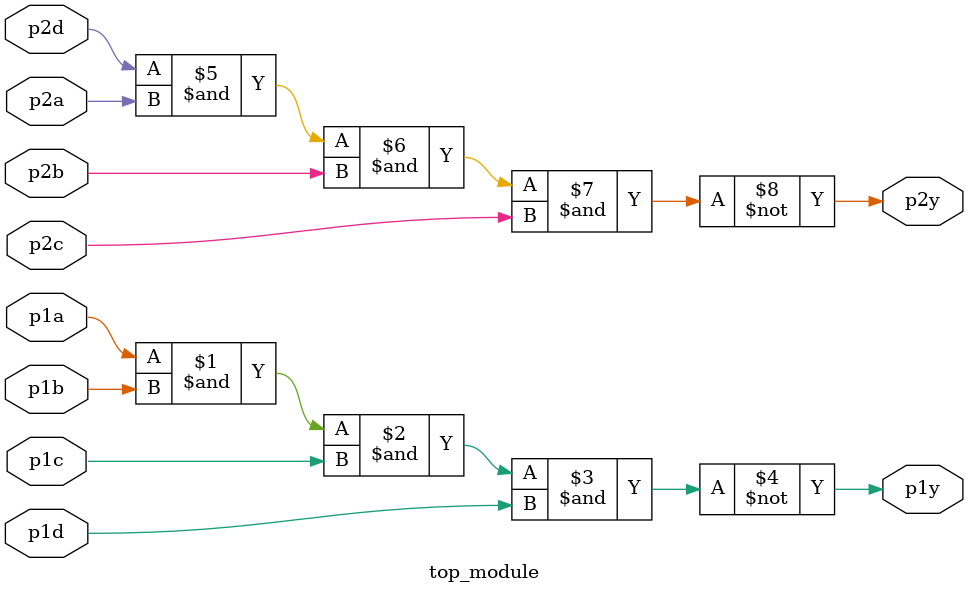
<source format=v>
module top_module ( 
    input p1a, p1b, p1c, p1d,
    output p1y,
    input p2a, p2b, p2c, p2d,
    output p2y );
    assign p1y=~(p1a&p1b&p1c&p1d);
    assign p2y=~(p2d&p2a&p2b&p2c);

endmodule

</source>
